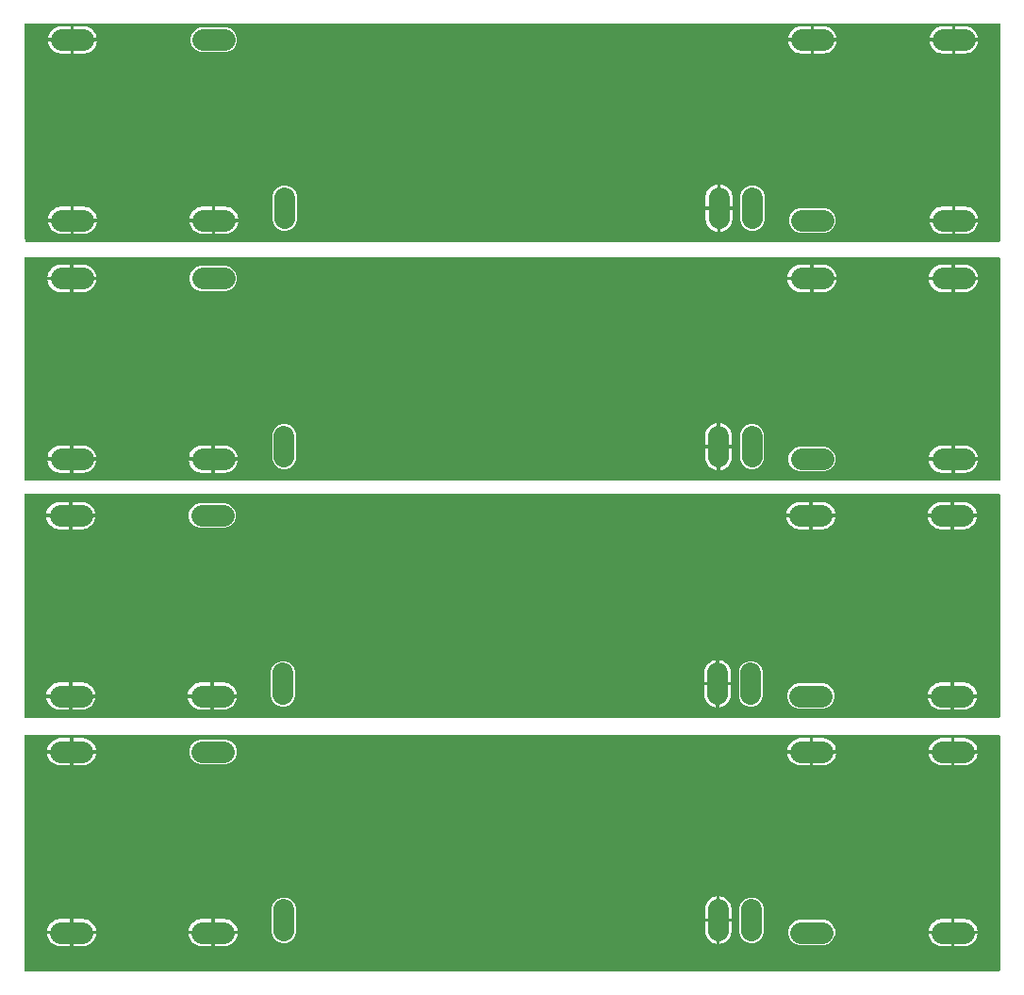
<source format=gbr>
G04 EAGLE Gerber X2 export*
%TF.Part,Single*%
%TF.FileFunction,Copper,L2,Bot,Mixed*%
%TF.FilePolarity,Positive*%
%TF.GenerationSoftware,Autodesk,EAGLE,9.2.2*%
%TF.CreationDate,2019-01-20T22:14:05Z*%
G75*
%MOMM*%
%FSLAX34Y34*%
%LPD*%
%INBottom Copper*%
%AMOC8*
5,1,8,0,0,1.08239X$1,22.5*%
G01*
%ADD10C,1.950000*%
%ADD11C,1.879600*%

G36*
X912258Y144004D02*
X912258Y144004D01*
X912277Y144002D01*
X912379Y144024D01*
X912481Y144040D01*
X912498Y144050D01*
X912518Y144054D01*
X912607Y144107D01*
X912698Y144156D01*
X912712Y144170D01*
X912729Y144180D01*
X912796Y144259D01*
X912868Y144334D01*
X912876Y144352D01*
X912889Y144367D01*
X912928Y144463D01*
X912971Y144557D01*
X912973Y144577D01*
X912981Y144595D01*
X912999Y144762D01*
X912999Y355386D01*
X912996Y355405D01*
X912998Y355425D01*
X912976Y355526D01*
X912960Y355628D01*
X912950Y355646D01*
X912946Y355665D01*
X912893Y355754D01*
X912844Y355846D01*
X912830Y355859D01*
X912820Y355877D01*
X912741Y355944D01*
X912666Y356015D01*
X912648Y356023D01*
X912633Y356036D01*
X912537Y356075D01*
X912443Y356119D01*
X912423Y356121D01*
X912405Y356128D01*
X912238Y356147D01*
X37837Y356147D01*
X37817Y356144D01*
X37797Y356146D01*
X37696Y356124D01*
X37594Y356107D01*
X37577Y356098D01*
X37557Y356094D01*
X37468Y356040D01*
X37377Y355992D01*
X37363Y355978D01*
X37346Y355967D01*
X37279Y355889D01*
X37207Y355814D01*
X37199Y355796D01*
X37186Y355780D01*
X37147Y355685D01*
X37104Y355591D01*
X37102Y355571D01*
X37094Y355552D01*
X37076Y355386D01*
X37100Y144762D01*
X37103Y144742D01*
X37101Y144723D01*
X37123Y144621D01*
X37140Y144519D01*
X37149Y144502D01*
X37153Y144482D01*
X37207Y144393D01*
X37255Y144302D01*
X37269Y144288D01*
X37280Y144271D01*
X37358Y144204D01*
X37433Y144132D01*
X37451Y144124D01*
X37467Y144111D01*
X37563Y144072D01*
X37656Y144029D01*
X37676Y144027D01*
X37695Y144019D01*
X37861Y144001D01*
X912238Y144001D01*
X912258Y144004D01*
G37*
G36*
X912258Y371685D02*
X912258Y371685D01*
X912277Y371682D01*
X912379Y371704D01*
X912481Y371721D01*
X912498Y371730D01*
X912518Y371735D01*
X912607Y371788D01*
X912698Y371836D01*
X912712Y371851D01*
X912729Y371861D01*
X912796Y371940D01*
X912868Y372015D01*
X912876Y372033D01*
X912889Y372048D01*
X912928Y372144D01*
X912971Y372238D01*
X912973Y372257D01*
X912981Y372276D01*
X912999Y372443D01*
X912999Y572443D01*
X912996Y572462D01*
X912998Y572482D01*
X912976Y572583D01*
X912960Y572685D01*
X912950Y572703D01*
X912946Y572722D01*
X912893Y572811D01*
X912844Y572903D01*
X912830Y572916D01*
X912820Y572934D01*
X912741Y573001D01*
X912666Y573072D01*
X912648Y573081D01*
X912633Y573093D01*
X912537Y573132D01*
X912443Y573176D01*
X912423Y573178D01*
X912405Y573185D01*
X912238Y573204D01*
X37812Y573204D01*
X37792Y573201D01*
X37772Y573203D01*
X37671Y573181D01*
X37569Y573164D01*
X37551Y573155D01*
X37532Y573151D01*
X37443Y573097D01*
X37352Y573049D01*
X37338Y573035D01*
X37321Y573024D01*
X37253Y572946D01*
X37182Y572871D01*
X37174Y572853D01*
X37161Y572837D01*
X37122Y572742D01*
X37079Y572648D01*
X37076Y572628D01*
X37069Y572609D01*
X37050Y572443D01*
X37074Y372443D01*
X37077Y372423D01*
X37075Y372403D01*
X37097Y372302D01*
X37113Y372200D01*
X37123Y372182D01*
X37127Y372163D01*
X37180Y372074D01*
X37229Y371982D01*
X37243Y371969D01*
X37253Y371952D01*
X37332Y371884D01*
X37407Y371813D01*
X37425Y371805D01*
X37440Y371792D01*
X37536Y371753D01*
X37630Y371709D01*
X37650Y371707D01*
X37668Y371700D01*
X37835Y371681D01*
X912238Y371681D01*
X912258Y371685D01*
G37*
G36*
X912258Y584761D02*
X912258Y584761D01*
X912277Y584759D01*
X912379Y584781D01*
X912481Y584798D01*
X912498Y584807D01*
X912518Y584811D01*
X912607Y584864D01*
X912698Y584913D01*
X912712Y584927D01*
X912729Y584937D01*
X912796Y585016D01*
X912868Y585091D01*
X912876Y585109D01*
X912889Y585124D01*
X912928Y585221D01*
X912971Y585314D01*
X912973Y585334D01*
X912981Y585353D01*
X912999Y585519D01*
X912999Y784604D01*
X912996Y784624D01*
X912998Y784644D01*
X912976Y784745D01*
X912960Y784847D01*
X912950Y784865D01*
X912946Y784884D01*
X912893Y784973D01*
X912844Y785064D01*
X912830Y785078D01*
X912820Y785095D01*
X912741Y785163D01*
X912666Y785234D01*
X912648Y785242D01*
X912633Y785255D01*
X912537Y785294D01*
X912443Y785337D01*
X912423Y785340D01*
X912405Y785347D01*
X912238Y785366D01*
X37787Y785366D01*
X37767Y785362D01*
X37747Y785364D01*
X37646Y785342D01*
X37544Y785326D01*
X37527Y785316D01*
X37507Y785312D01*
X37418Y785259D01*
X37327Y785211D01*
X37313Y785196D01*
X37296Y785186D01*
X37229Y785107D01*
X37158Y785032D01*
X37149Y785014D01*
X37136Y784999D01*
X37098Y784903D01*
X37054Y784809D01*
X37052Y784789D01*
X37044Y784771D01*
X37026Y784604D01*
X37049Y587882D01*
X37063Y587792D01*
X37070Y587701D01*
X37083Y587671D01*
X37088Y587639D01*
X37131Y587559D01*
X37167Y587475D01*
X37193Y587443D01*
X37203Y587422D01*
X37227Y587400D01*
X37272Y587344D01*
X37439Y587176D01*
X37439Y585519D01*
X37442Y585500D01*
X37440Y585480D01*
X37462Y585379D01*
X37479Y585276D01*
X37488Y585259D01*
X37492Y585239D01*
X37546Y585150D01*
X37594Y585059D01*
X37608Y585045D01*
X37619Y585028D01*
X37697Y584961D01*
X37772Y584890D01*
X37790Y584881D01*
X37806Y584868D01*
X37902Y584830D01*
X37995Y584786D01*
X38015Y584784D01*
X38034Y584776D01*
X38200Y584758D01*
X912238Y584758D01*
X912258Y584761D01*
G37*
G36*
X912258Y799155D02*
X912258Y799155D01*
X912277Y799153D01*
X912379Y799175D01*
X912481Y799191D01*
X912498Y799201D01*
X912518Y799205D01*
X912607Y799258D01*
X912698Y799307D01*
X912712Y799321D01*
X912729Y799331D01*
X912796Y799410D01*
X912868Y799485D01*
X912876Y799503D01*
X912889Y799518D01*
X912928Y799614D01*
X912971Y799708D01*
X912973Y799728D01*
X912981Y799746D01*
X912999Y799913D01*
X912999Y995238D01*
X912996Y995258D01*
X912998Y995277D01*
X912976Y995379D01*
X912960Y995481D01*
X912950Y995498D01*
X912946Y995518D01*
X912893Y995607D01*
X912844Y995698D01*
X912830Y995712D01*
X912820Y995729D01*
X912741Y995796D01*
X912666Y995868D01*
X912648Y995876D01*
X912633Y995889D01*
X912537Y995928D01*
X912443Y995971D01*
X912423Y995973D01*
X912405Y995981D01*
X912238Y995999D01*
X37763Y995999D01*
X37743Y995996D01*
X37723Y995998D01*
X37622Y995976D01*
X37520Y995960D01*
X37502Y995950D01*
X37483Y995946D01*
X37394Y995893D01*
X37302Y995844D01*
X37289Y995830D01*
X37272Y995820D01*
X37204Y995741D01*
X37133Y995666D01*
X37125Y995648D01*
X37112Y995633D01*
X37073Y995537D01*
X37029Y995443D01*
X37027Y995423D01*
X37020Y995405D01*
X37001Y995238D01*
X37024Y802648D01*
X37038Y802558D01*
X37046Y802468D01*
X37058Y802438D01*
X37063Y802406D01*
X37106Y802325D01*
X37142Y802241D01*
X37168Y802209D01*
X37179Y802188D01*
X37202Y802166D01*
X37247Y802110D01*
X37787Y801570D01*
X37787Y799913D01*
X37790Y799893D01*
X37788Y799874D01*
X37810Y799772D01*
X37827Y799670D01*
X37836Y799653D01*
X37840Y799633D01*
X37893Y799544D01*
X37942Y799453D01*
X37956Y799439D01*
X37966Y799422D01*
X38045Y799355D01*
X38120Y799283D01*
X38138Y799275D01*
X38153Y799262D01*
X38249Y799223D01*
X38343Y799180D01*
X38363Y799178D01*
X38381Y799170D01*
X38548Y799152D01*
X912238Y799152D01*
X912258Y799155D01*
G37*
%LPC*%
G36*
X194646Y755394D02*
X194646Y755394D01*
X190502Y757111D01*
X187330Y760283D01*
X185614Y764427D01*
X185614Y768912D01*
X187330Y773056D01*
X190502Y776227D01*
X194646Y777944D01*
X218631Y777944D01*
X222775Y776227D01*
X225947Y773056D01*
X227663Y768912D01*
X227663Y764427D01*
X225947Y760283D01*
X222775Y757111D01*
X218631Y755394D01*
X194646Y755394D01*
G37*
%LPD*%
%LPC*%
G36*
X731190Y380018D02*
X731190Y380018D01*
X727046Y381734D01*
X723874Y384906D01*
X722158Y389050D01*
X722158Y393535D01*
X723874Y397679D01*
X727046Y400851D01*
X731190Y402567D01*
X755175Y402567D01*
X759319Y400851D01*
X762491Y397679D01*
X764207Y393535D01*
X764207Y389050D01*
X762491Y384906D01*
X759319Y381734D01*
X755175Y380018D01*
X731190Y380018D01*
G37*
%LPD*%
%LPC*%
G36*
X732493Y807488D02*
X732493Y807488D01*
X728349Y809205D01*
X725178Y812376D01*
X723461Y816520D01*
X723461Y821006D01*
X725178Y825150D01*
X728349Y828321D01*
X732493Y830038D01*
X756479Y830038D01*
X760623Y828321D01*
X763794Y825150D01*
X765511Y821006D01*
X765511Y816520D01*
X763794Y812376D01*
X760623Y809205D01*
X756479Y807488D01*
X732493Y807488D01*
G37*
%LPD*%
%LPC*%
G36*
X194993Y969788D02*
X194993Y969788D01*
X190849Y971505D01*
X187678Y974676D01*
X185961Y978820D01*
X185961Y983306D01*
X187678Y987450D01*
X190849Y990621D01*
X194993Y992338D01*
X218979Y992338D01*
X223123Y990621D01*
X226294Y987450D01*
X228011Y983306D01*
X228011Y978820D01*
X226294Y974676D01*
X223123Y971505D01*
X218979Y969788D01*
X194993Y969788D01*
G37*
%LPD*%
%LPC*%
G36*
X731807Y167575D02*
X731807Y167575D01*
X727663Y169292D01*
X724492Y172463D01*
X722775Y176607D01*
X722775Y181093D01*
X724492Y185237D01*
X727663Y188408D01*
X731807Y190125D01*
X755793Y190125D01*
X759937Y188408D01*
X763108Y185237D01*
X764825Y181093D01*
X764825Y176607D01*
X763108Y172463D01*
X759937Y169292D01*
X755793Y167575D01*
X731807Y167575D01*
G37*
%LPD*%
%LPC*%
G36*
X732146Y593094D02*
X732146Y593094D01*
X728002Y594811D01*
X724830Y597983D01*
X723114Y602127D01*
X723114Y606612D01*
X724830Y610756D01*
X728002Y613927D01*
X732146Y615644D01*
X756131Y615644D01*
X760275Y613927D01*
X763447Y610756D01*
X765163Y606612D01*
X765163Y602127D01*
X763447Y597983D01*
X760275Y594811D01*
X756131Y593094D01*
X732146Y593094D01*
G37*
%LPD*%
%LPC*%
G36*
X193690Y542318D02*
X193690Y542318D01*
X189546Y544034D01*
X186374Y547206D01*
X184658Y551350D01*
X184658Y555835D01*
X186374Y559979D01*
X189546Y563151D01*
X193690Y564867D01*
X217675Y564867D01*
X221819Y563151D01*
X224991Y559979D01*
X226707Y555835D01*
X226707Y551350D01*
X224991Y547206D01*
X221819Y544034D01*
X217675Y542318D01*
X193690Y542318D01*
G37*
%LPD*%
%LPC*%
G36*
X194307Y329875D02*
X194307Y329875D01*
X190163Y331592D01*
X186992Y334763D01*
X185275Y338907D01*
X185275Y343393D01*
X186992Y347537D01*
X190163Y350708D01*
X194307Y352425D01*
X218293Y352425D01*
X222437Y350708D01*
X225608Y347537D01*
X227325Y343393D01*
X227325Y338907D01*
X225608Y334763D01*
X222437Y331592D01*
X218293Y329875D01*
X194307Y329875D01*
G37*
%LPD*%
%LPC*%
G36*
X267827Y169679D02*
X267827Y169679D01*
X263813Y171342D01*
X260740Y174415D01*
X259077Y178429D01*
X259077Y201571D01*
X260740Y205585D01*
X263813Y208658D01*
X267827Y210321D01*
X272173Y210321D01*
X276187Y208658D01*
X279260Y205585D01*
X280923Y201571D01*
X280923Y178429D01*
X279260Y174415D01*
X276187Y171342D01*
X272173Y169679D01*
X267827Y169679D01*
G37*
%LPD*%
%LPC*%
G36*
X687827Y169679D02*
X687827Y169679D01*
X683813Y171342D01*
X680740Y174415D01*
X679077Y178429D01*
X679077Y201571D01*
X680740Y205585D01*
X683813Y208658D01*
X687827Y210321D01*
X692173Y210321D01*
X696187Y208658D01*
X699260Y205585D01*
X700923Y201571D01*
X700923Y178429D01*
X699260Y174415D01*
X696187Y171342D01*
X692173Y169679D01*
X687827Y169679D01*
G37*
%LPD*%
%LPC*%
G36*
X687210Y382122D02*
X687210Y382122D01*
X683195Y383785D01*
X680123Y386857D01*
X678460Y390872D01*
X678460Y414013D01*
X680123Y418028D01*
X683195Y421100D01*
X687210Y422763D01*
X691555Y422763D01*
X695570Y421100D01*
X698642Y418028D01*
X700305Y414013D01*
X700305Y390872D01*
X698642Y386857D01*
X695570Y383785D01*
X691555Y382122D01*
X687210Y382122D01*
G37*
%LPD*%
%LPC*%
G36*
X267210Y382122D02*
X267210Y382122D01*
X263195Y383785D01*
X260123Y386857D01*
X258460Y390872D01*
X258460Y414013D01*
X260123Y418028D01*
X263195Y421100D01*
X267210Y422763D01*
X271555Y422763D01*
X275570Y421100D01*
X278642Y418028D01*
X280305Y414013D01*
X280305Y390872D01*
X278642Y386857D01*
X275570Y383785D01*
X271555Y382122D01*
X267210Y382122D01*
G37*
%LPD*%
%LPC*%
G36*
X268166Y595198D02*
X268166Y595198D01*
X264151Y596861D01*
X261079Y599934D01*
X259416Y603949D01*
X259416Y627090D01*
X261079Y631104D01*
X264151Y634177D01*
X268166Y635840D01*
X272511Y635840D01*
X276526Y634177D01*
X279598Y631104D01*
X281261Y627090D01*
X281261Y603949D01*
X279598Y599934D01*
X276526Y596861D01*
X272511Y595198D01*
X268166Y595198D01*
G37*
%LPD*%
%LPC*%
G36*
X268513Y809592D02*
X268513Y809592D01*
X264499Y811255D01*
X261426Y814328D01*
X259763Y818342D01*
X259763Y841484D01*
X261426Y845498D01*
X264499Y848571D01*
X268513Y850234D01*
X272859Y850234D01*
X276873Y848571D01*
X279946Y845498D01*
X281609Y841484D01*
X281609Y818342D01*
X279946Y814328D01*
X276873Y811255D01*
X272859Y809592D01*
X268513Y809592D01*
G37*
%LPD*%
%LPC*%
G36*
X688166Y595198D02*
X688166Y595198D01*
X684151Y596861D01*
X681079Y599934D01*
X679416Y603949D01*
X679416Y627090D01*
X681079Y631104D01*
X684151Y634177D01*
X688166Y635840D01*
X692511Y635840D01*
X696526Y634177D01*
X699598Y631104D01*
X701261Y627090D01*
X701261Y603949D01*
X699598Y599934D01*
X696526Y596861D01*
X692511Y595198D01*
X688166Y595198D01*
G37*
%LPD*%
%LPC*%
G36*
X688513Y809592D02*
X688513Y809592D01*
X684499Y811255D01*
X681426Y814328D01*
X679763Y818342D01*
X679763Y841484D01*
X681426Y845498D01*
X684499Y848571D01*
X688513Y850234D01*
X692859Y850234D01*
X696873Y848571D01*
X699946Y845498D01*
X701609Y841484D01*
X701609Y818342D01*
X699946Y814328D01*
X696873Y811255D01*
X692859Y809592D01*
X688513Y809592D01*
G37*
%LPD*%
%LPC*%
G36*
X80823Y342673D02*
X80823Y342673D01*
X80823Y353441D01*
X90017Y353441D01*
X91928Y353138D01*
X93768Y352540D01*
X95492Y351662D01*
X97057Y350525D01*
X98425Y349157D01*
X99562Y347592D01*
X100440Y345868D01*
X101038Y344028D01*
X101253Y342673D01*
X80823Y342673D01*
G37*
%LPD*%
%LPC*%
G36*
X871706Y392816D02*
X871706Y392816D01*
X871706Y403583D01*
X880900Y403583D01*
X882811Y403281D01*
X884651Y402683D01*
X886374Y401805D01*
X887939Y400667D01*
X889307Y399300D01*
X890445Y397734D01*
X891323Y396011D01*
X891921Y394171D01*
X892135Y392816D01*
X871706Y392816D01*
G37*
%LPD*%
%LPC*%
G36*
X207206Y392816D02*
X207206Y392816D01*
X207206Y403583D01*
X216400Y403583D01*
X218311Y403281D01*
X220151Y402683D01*
X221874Y401805D01*
X223439Y400667D01*
X224807Y399300D01*
X225945Y397734D01*
X226823Y396011D01*
X227421Y394171D01*
X227635Y392816D01*
X207206Y392816D01*
G37*
%LPD*%
%LPC*%
G36*
X80206Y392816D02*
X80206Y392816D01*
X80206Y403583D01*
X89400Y403583D01*
X91311Y403281D01*
X93151Y402683D01*
X94874Y401805D01*
X96439Y400667D01*
X97807Y399300D01*
X98945Y397734D01*
X99823Y396011D01*
X100421Y394171D01*
X100635Y392816D01*
X80206Y392816D01*
G37*
%LPD*%
%LPC*%
G36*
X81509Y820286D02*
X81509Y820286D01*
X81509Y831054D01*
X90703Y831054D01*
X92614Y830751D01*
X94454Y830153D01*
X96178Y829275D01*
X97743Y828138D01*
X99111Y826770D01*
X100248Y825205D01*
X101126Y823481D01*
X101724Y821641D01*
X101939Y820286D01*
X81509Y820286D01*
G37*
%LPD*%
%LPC*%
G36*
X208509Y820286D02*
X208509Y820286D01*
X208509Y831054D01*
X217703Y831054D01*
X219614Y830751D01*
X221454Y830153D01*
X223178Y829275D01*
X224743Y828138D01*
X226111Y826770D01*
X227248Y825205D01*
X228126Y823481D01*
X228724Y821641D01*
X228939Y820286D01*
X208509Y820286D01*
G37*
%LPD*%
%LPC*%
G36*
X873009Y820286D02*
X873009Y820286D01*
X873009Y831054D01*
X882203Y831054D01*
X884114Y830751D01*
X885954Y830153D01*
X887678Y829275D01*
X889243Y828138D01*
X890611Y826770D01*
X891748Y825205D01*
X892626Y823481D01*
X893224Y821641D01*
X893439Y820286D01*
X873009Y820286D01*
G37*
%LPD*%
%LPC*%
G36*
X745323Y342673D02*
X745323Y342673D01*
X745323Y353441D01*
X754517Y353441D01*
X756428Y353138D01*
X758268Y352540D01*
X759992Y351662D01*
X761557Y350525D01*
X762925Y349157D01*
X764062Y347592D01*
X764940Y345868D01*
X765538Y344028D01*
X765753Y342673D01*
X745323Y342673D01*
G37*
%LPD*%
%LPC*%
G36*
X872323Y342673D02*
X872323Y342673D01*
X872323Y353441D01*
X881517Y353441D01*
X883428Y353138D01*
X885268Y352540D01*
X886992Y351662D01*
X888557Y350525D01*
X889925Y349157D01*
X891062Y347592D01*
X891940Y345868D01*
X892538Y344028D01*
X892753Y342673D01*
X872323Y342673D01*
G37*
%LPD*%
%LPC*%
G36*
X80823Y180373D02*
X80823Y180373D01*
X80823Y191141D01*
X90017Y191141D01*
X91928Y190838D01*
X93768Y190240D01*
X95492Y189362D01*
X97057Y188225D01*
X98425Y186857D01*
X99562Y185292D01*
X100440Y183568D01*
X101038Y181728D01*
X101253Y180373D01*
X80823Y180373D01*
G37*
%LPD*%
%LPC*%
G36*
X207823Y180373D02*
X207823Y180373D01*
X207823Y191141D01*
X217017Y191141D01*
X218928Y190838D01*
X220768Y190240D01*
X222492Y189362D01*
X224057Y188225D01*
X225425Y186857D01*
X226562Y185292D01*
X227440Y183568D01*
X228038Y181728D01*
X228253Y180373D01*
X207823Y180373D01*
G37*
%LPD*%
%LPC*%
G36*
X744706Y555116D02*
X744706Y555116D01*
X744706Y565883D01*
X753900Y565883D01*
X755811Y565581D01*
X757651Y564983D01*
X759374Y564105D01*
X760939Y562967D01*
X762307Y561600D01*
X763445Y560034D01*
X764323Y558311D01*
X764921Y556471D01*
X765135Y555116D01*
X744706Y555116D01*
G37*
%LPD*%
%LPC*%
G36*
X80206Y555116D02*
X80206Y555116D01*
X80206Y565883D01*
X89400Y565883D01*
X91311Y565581D01*
X93151Y564983D01*
X94874Y564105D01*
X96439Y562967D01*
X97807Y561600D01*
X98945Y560034D01*
X99823Y558311D01*
X100421Y556471D01*
X100635Y555116D01*
X80206Y555116D01*
G37*
%LPD*%
%LPC*%
G36*
X871706Y555116D02*
X871706Y555116D01*
X871706Y565883D01*
X880900Y565883D01*
X882811Y565581D01*
X884651Y564983D01*
X886374Y564105D01*
X887939Y562967D01*
X889307Y561600D01*
X890445Y560034D01*
X891323Y558311D01*
X891921Y556471D01*
X892135Y555116D01*
X871706Y555116D01*
G37*
%LPD*%
%LPC*%
G36*
X872323Y180373D02*
X872323Y180373D01*
X872323Y191141D01*
X881517Y191141D01*
X883428Y190838D01*
X885268Y190240D01*
X886992Y189362D01*
X888557Y188225D01*
X889925Y186857D01*
X891062Y185292D01*
X891940Y183568D01*
X892538Y181728D01*
X892753Y180373D01*
X872323Y180373D01*
G37*
%LPD*%
%LPC*%
G36*
X872662Y605892D02*
X872662Y605892D01*
X872662Y616660D01*
X881856Y616660D01*
X883766Y616357D01*
X885607Y615759D01*
X887330Y614881D01*
X888895Y613744D01*
X890263Y612376D01*
X891400Y610811D01*
X892279Y609087D01*
X892877Y607247D01*
X893091Y605892D01*
X872662Y605892D01*
G37*
%LPD*%
%LPC*%
G36*
X208162Y605892D02*
X208162Y605892D01*
X208162Y616660D01*
X217356Y616660D01*
X219266Y616357D01*
X221107Y615759D01*
X222830Y614881D01*
X224395Y613744D01*
X225763Y612376D01*
X226900Y610811D01*
X227779Y609087D01*
X228377Y607247D01*
X228591Y605892D01*
X208162Y605892D01*
G37*
%LPD*%
%LPC*%
G36*
X81162Y605892D02*
X81162Y605892D01*
X81162Y616660D01*
X90356Y616660D01*
X92266Y616357D01*
X94107Y615759D01*
X95830Y614881D01*
X97395Y613744D01*
X98763Y612376D01*
X99900Y610811D01*
X100779Y609087D01*
X101377Y607247D01*
X101591Y605892D01*
X81162Y605892D01*
G37*
%LPD*%
%LPC*%
G36*
X873009Y982586D02*
X873009Y982586D01*
X873009Y993354D01*
X882203Y993354D01*
X884114Y993051D01*
X885954Y992453D01*
X887678Y991575D01*
X889243Y990438D01*
X890611Y989070D01*
X891748Y987505D01*
X892626Y985781D01*
X893224Y983941D01*
X893439Y982586D01*
X873009Y982586D01*
G37*
%LPD*%
%LPC*%
G36*
X746009Y982586D02*
X746009Y982586D01*
X746009Y993354D01*
X755203Y993354D01*
X757114Y993051D01*
X758954Y992453D01*
X760678Y991575D01*
X762243Y990438D01*
X763611Y989070D01*
X764748Y987505D01*
X765626Y985781D01*
X766224Y983941D01*
X766439Y982586D01*
X746009Y982586D01*
G37*
%LPD*%
%LPC*%
G36*
X81509Y982586D02*
X81509Y982586D01*
X81509Y993354D01*
X90703Y993354D01*
X92614Y993051D01*
X94454Y992453D01*
X96178Y991575D01*
X97743Y990438D01*
X99111Y989070D01*
X100248Y987505D01*
X101126Y985781D01*
X101724Y983941D01*
X101939Y982586D01*
X81509Y982586D01*
G37*
%LPD*%
%LPC*%
G36*
X872662Y768192D02*
X872662Y768192D01*
X872662Y778960D01*
X881856Y778960D01*
X883766Y778657D01*
X885607Y778059D01*
X887330Y777181D01*
X888895Y776044D01*
X890263Y774676D01*
X891400Y773111D01*
X892279Y771387D01*
X892877Y769547D01*
X893091Y768192D01*
X872662Y768192D01*
G37*
%LPD*%
%LPC*%
G36*
X745662Y768192D02*
X745662Y768192D01*
X745662Y778960D01*
X754856Y778960D01*
X756766Y778657D01*
X758607Y778059D01*
X760330Y777181D01*
X761895Y776044D01*
X763263Y774676D01*
X764400Y773111D01*
X765279Y771387D01*
X765877Y769547D01*
X766091Y768192D01*
X745662Y768192D01*
G37*
%LPD*%
%LPC*%
G36*
X81162Y768192D02*
X81162Y768192D01*
X81162Y778960D01*
X90356Y778960D01*
X92266Y778657D01*
X94107Y778059D01*
X95830Y777181D01*
X97395Y776044D01*
X98763Y774676D01*
X99900Y773111D01*
X100779Y771387D01*
X101377Y769547D01*
X101591Y768192D01*
X81162Y768192D01*
G37*
%LPD*%
%LPC*%
G36*
X57686Y768192D02*
X57686Y768192D01*
X57900Y769547D01*
X58498Y771387D01*
X59376Y773111D01*
X60514Y774676D01*
X61882Y776044D01*
X63447Y777181D01*
X65170Y778059D01*
X67010Y778657D01*
X68921Y778960D01*
X78115Y778960D01*
X78115Y768192D01*
X57686Y768192D01*
G37*
%LPD*%
%LPC*%
G36*
X722186Y768192D02*
X722186Y768192D01*
X722400Y769547D01*
X722998Y771387D01*
X723876Y773111D01*
X725014Y774676D01*
X726382Y776044D01*
X727947Y777181D01*
X729670Y778059D01*
X731510Y778657D01*
X733421Y778960D01*
X742615Y778960D01*
X742615Y768192D01*
X722186Y768192D01*
G37*
%LPD*%
%LPC*%
G36*
X849186Y768192D02*
X849186Y768192D01*
X849400Y769547D01*
X849998Y771387D01*
X850876Y773111D01*
X852014Y774676D01*
X853382Y776044D01*
X854947Y777181D01*
X856670Y778059D01*
X858510Y778657D01*
X860421Y778960D01*
X869615Y778960D01*
X869615Y768192D01*
X849186Y768192D01*
G37*
%LPD*%
%LPC*%
G36*
X722533Y982586D02*
X722533Y982586D01*
X722748Y983941D01*
X723346Y985781D01*
X724224Y987505D01*
X725361Y989070D01*
X726729Y990438D01*
X728294Y991575D01*
X730018Y992453D01*
X731858Y993051D01*
X733769Y993354D01*
X742963Y993354D01*
X742963Y982586D01*
X722533Y982586D01*
G37*
%LPD*%
%LPC*%
G36*
X57347Y180373D02*
X57347Y180373D01*
X57562Y181728D01*
X58160Y183568D01*
X59038Y185292D01*
X60175Y186857D01*
X61543Y188225D01*
X63108Y189362D01*
X64832Y190240D01*
X66672Y190838D01*
X68583Y191141D01*
X77777Y191141D01*
X77777Y180373D01*
X57347Y180373D01*
G37*
%LPD*%
%LPC*%
G36*
X184347Y180373D02*
X184347Y180373D01*
X184562Y181728D01*
X185160Y183568D01*
X186038Y185292D01*
X187175Y186857D01*
X188543Y188225D01*
X190108Y189362D01*
X191832Y190240D01*
X193672Y190838D01*
X195583Y191141D01*
X204777Y191141D01*
X204777Y180373D01*
X184347Y180373D01*
G37*
%LPD*%
%LPC*%
G36*
X848847Y180373D02*
X848847Y180373D01*
X849062Y181728D01*
X849660Y183568D01*
X850538Y185292D01*
X851675Y186857D01*
X853043Y188225D01*
X854608Y189362D01*
X856332Y190240D01*
X858172Y190838D01*
X860083Y191141D01*
X869277Y191141D01*
X869277Y180373D01*
X848847Y180373D01*
G37*
%LPD*%
%LPC*%
G36*
X57347Y342673D02*
X57347Y342673D01*
X57562Y344028D01*
X58160Y345868D01*
X59038Y347592D01*
X60175Y349157D01*
X61543Y350525D01*
X63108Y351662D01*
X64832Y352540D01*
X66672Y353138D01*
X68583Y353441D01*
X77777Y353441D01*
X77777Y342673D01*
X57347Y342673D01*
G37*
%LPD*%
%LPC*%
G36*
X721847Y342673D02*
X721847Y342673D01*
X722062Y344028D01*
X722660Y345868D01*
X723538Y347592D01*
X724675Y349157D01*
X726043Y350525D01*
X727608Y351662D01*
X729332Y352540D01*
X731172Y353138D01*
X733083Y353441D01*
X742277Y353441D01*
X742277Y342673D01*
X721847Y342673D01*
G37*
%LPD*%
%LPC*%
G36*
X848847Y342673D02*
X848847Y342673D01*
X849062Y344028D01*
X849660Y345868D01*
X850538Y347592D01*
X851675Y349157D01*
X853043Y350525D01*
X854608Y351662D01*
X856332Y352540D01*
X858172Y353138D01*
X860083Y353441D01*
X869277Y353441D01*
X869277Y342673D01*
X848847Y342673D01*
G37*
%LPD*%
%LPC*%
G36*
X849533Y982586D02*
X849533Y982586D01*
X849748Y983941D01*
X850346Y985781D01*
X851224Y987505D01*
X852361Y989070D01*
X853729Y990438D01*
X855294Y991575D01*
X857018Y992453D01*
X858858Y993051D01*
X860769Y993354D01*
X869963Y993354D01*
X869963Y982586D01*
X849533Y982586D01*
G37*
%LPD*%
%LPC*%
G36*
X849533Y820286D02*
X849533Y820286D01*
X849748Y821641D01*
X850346Y823481D01*
X851224Y825205D01*
X852361Y826770D01*
X853729Y828138D01*
X855294Y829275D01*
X857018Y830153D01*
X858858Y830751D01*
X860769Y831054D01*
X869963Y831054D01*
X869963Y820286D01*
X849533Y820286D01*
G37*
%LPD*%
%LPC*%
G36*
X185033Y820286D02*
X185033Y820286D01*
X185248Y821641D01*
X185846Y823481D01*
X186724Y825205D01*
X187861Y826770D01*
X189229Y828138D01*
X190794Y829275D01*
X192518Y830153D01*
X194358Y830751D01*
X196269Y831054D01*
X205463Y831054D01*
X205463Y820286D01*
X185033Y820286D01*
G37*
%LPD*%
%LPC*%
G36*
X56730Y392816D02*
X56730Y392816D01*
X56944Y394171D01*
X57542Y396011D01*
X58421Y397734D01*
X59558Y399300D01*
X60926Y400667D01*
X62491Y401805D01*
X64215Y402683D01*
X66055Y403281D01*
X67965Y403583D01*
X77159Y403583D01*
X77159Y392816D01*
X56730Y392816D01*
G37*
%LPD*%
%LPC*%
G36*
X848230Y392816D02*
X848230Y392816D01*
X848444Y394171D01*
X849042Y396011D01*
X849921Y397734D01*
X851058Y399300D01*
X852426Y400667D01*
X853991Y401805D01*
X855715Y402683D01*
X857555Y403281D01*
X859465Y403583D01*
X868659Y403583D01*
X868659Y392816D01*
X848230Y392816D01*
G37*
%LPD*%
%LPC*%
G36*
X58033Y820286D02*
X58033Y820286D01*
X58248Y821641D01*
X58846Y823481D01*
X59724Y825205D01*
X60861Y826770D01*
X62229Y828138D01*
X63794Y829275D01*
X65518Y830153D01*
X67358Y830751D01*
X69269Y831054D01*
X78463Y831054D01*
X78463Y820286D01*
X58033Y820286D01*
G37*
%LPD*%
%LPC*%
G36*
X183730Y392816D02*
X183730Y392816D01*
X183944Y394171D01*
X184542Y396011D01*
X185421Y397734D01*
X186558Y399300D01*
X187926Y400667D01*
X189491Y401805D01*
X191215Y402683D01*
X193055Y403281D01*
X194965Y403583D01*
X204159Y403583D01*
X204159Y392816D01*
X183730Y392816D01*
G37*
%LPD*%
%LPC*%
G36*
X849186Y605892D02*
X849186Y605892D01*
X849400Y607247D01*
X849998Y609087D01*
X850876Y610811D01*
X852014Y612376D01*
X853382Y613744D01*
X854947Y614881D01*
X856670Y615759D01*
X858510Y616357D01*
X860421Y616660D01*
X869615Y616660D01*
X869615Y605892D01*
X849186Y605892D01*
G37*
%LPD*%
%LPC*%
G36*
X184686Y605892D02*
X184686Y605892D01*
X184900Y607247D01*
X185498Y609087D01*
X186376Y610811D01*
X187514Y612376D01*
X188882Y613744D01*
X190447Y614881D01*
X192170Y615759D01*
X194010Y616357D01*
X195921Y616660D01*
X205115Y616660D01*
X205115Y605892D01*
X184686Y605892D01*
G37*
%LPD*%
%LPC*%
G36*
X57686Y605892D02*
X57686Y605892D01*
X57900Y607247D01*
X58498Y609087D01*
X59376Y610811D01*
X60514Y612376D01*
X61882Y613744D01*
X63447Y614881D01*
X65170Y615759D01*
X67010Y616357D01*
X68921Y616660D01*
X78115Y616660D01*
X78115Y605892D01*
X57686Y605892D01*
G37*
%LPD*%
%LPC*%
G36*
X56730Y555116D02*
X56730Y555116D01*
X56944Y556471D01*
X57542Y558311D01*
X58421Y560034D01*
X59558Y561600D01*
X60926Y562967D01*
X62491Y564105D01*
X64215Y564983D01*
X66055Y565581D01*
X67965Y565883D01*
X77159Y565883D01*
X77159Y555116D01*
X56730Y555116D01*
G37*
%LPD*%
%LPC*%
G36*
X721230Y555116D02*
X721230Y555116D01*
X721444Y556471D01*
X722042Y558311D01*
X722921Y560034D01*
X724058Y561600D01*
X725426Y562967D01*
X726991Y564105D01*
X728715Y564983D01*
X730555Y565581D01*
X732465Y565883D01*
X741659Y565883D01*
X741659Y555116D01*
X721230Y555116D01*
G37*
%LPD*%
%LPC*%
G36*
X848230Y555116D02*
X848230Y555116D01*
X848444Y556471D01*
X849042Y558311D01*
X849921Y560034D01*
X851058Y561600D01*
X852426Y562967D01*
X853991Y564105D01*
X855715Y564983D01*
X857555Y565581D01*
X859465Y565883D01*
X868659Y565883D01*
X868659Y555116D01*
X848230Y555116D01*
G37*
%LPD*%
%LPC*%
G36*
X58033Y982586D02*
X58033Y982586D01*
X58248Y983941D01*
X58846Y985781D01*
X59724Y987505D01*
X60861Y989070D01*
X62229Y990438D01*
X63794Y991575D01*
X65518Y992453D01*
X67358Y993051D01*
X69269Y993354D01*
X78463Y993354D01*
X78463Y982586D01*
X58033Y982586D01*
G37*
%LPD*%
%LPC*%
G36*
X207823Y166559D02*
X207823Y166559D01*
X207823Y177327D01*
X228253Y177327D01*
X228038Y175972D01*
X227440Y174132D01*
X226562Y172408D01*
X225425Y170843D01*
X224057Y169475D01*
X222492Y168338D01*
X220768Y167460D01*
X218928Y166862D01*
X217017Y166559D01*
X207823Y166559D01*
G37*
%LPD*%
%LPC*%
G36*
X872323Y166559D02*
X872323Y166559D01*
X872323Y177327D01*
X892753Y177327D01*
X892538Y175972D01*
X891940Y174132D01*
X891062Y172408D01*
X889925Y170843D01*
X888557Y169475D01*
X886992Y168338D01*
X885268Y167460D01*
X883428Y166862D01*
X881517Y166559D01*
X872323Y166559D01*
G37*
%LPD*%
%LPC*%
G36*
X80823Y166559D02*
X80823Y166559D01*
X80823Y177327D01*
X101253Y177327D01*
X101038Y175972D01*
X100440Y174132D01*
X99562Y172408D01*
X98425Y170843D01*
X97057Y169475D01*
X95492Y168338D01*
X93768Y167460D01*
X91928Y166862D01*
X90017Y166559D01*
X80823Y166559D01*
G37*
%LPD*%
%LPC*%
G36*
X746009Y968772D02*
X746009Y968772D01*
X746009Y979540D01*
X766439Y979540D01*
X766224Y978185D01*
X765626Y976345D01*
X764748Y974621D01*
X763611Y973056D01*
X762243Y971688D01*
X760678Y970551D01*
X758954Y969673D01*
X757114Y969075D01*
X755203Y968772D01*
X746009Y968772D01*
G37*
%LPD*%
%LPC*%
G36*
X81509Y968772D02*
X81509Y968772D01*
X81509Y979540D01*
X101939Y979540D01*
X101724Y978185D01*
X101126Y976345D01*
X100248Y974621D01*
X99111Y973056D01*
X97743Y971688D01*
X96178Y970551D01*
X94454Y969673D01*
X92614Y969075D01*
X90703Y968772D01*
X81509Y968772D01*
G37*
%LPD*%
%LPC*%
G36*
X745323Y328859D02*
X745323Y328859D01*
X745323Y339627D01*
X765753Y339627D01*
X765538Y338272D01*
X764940Y336432D01*
X764062Y334708D01*
X762925Y333143D01*
X761557Y331775D01*
X759992Y330638D01*
X758268Y329760D01*
X756428Y329162D01*
X754517Y328859D01*
X745323Y328859D01*
G37*
%LPD*%
%LPC*%
G36*
X81162Y592078D02*
X81162Y592078D01*
X81162Y602846D01*
X101591Y602846D01*
X101377Y601491D01*
X100779Y599651D01*
X99900Y597927D01*
X98763Y596362D01*
X97395Y594994D01*
X95830Y593857D01*
X94107Y592979D01*
X92266Y592381D01*
X90356Y592078D01*
X81162Y592078D01*
G37*
%LPD*%
%LPC*%
G36*
X872323Y328859D02*
X872323Y328859D01*
X872323Y339627D01*
X892753Y339627D01*
X892538Y338272D01*
X891940Y336432D01*
X891062Y334708D01*
X889925Y333143D01*
X888557Y331775D01*
X886992Y330638D01*
X885268Y329760D01*
X883428Y329162D01*
X881517Y328859D01*
X872323Y328859D01*
G37*
%LPD*%
%LPC*%
G36*
X872662Y592078D02*
X872662Y592078D01*
X872662Y602846D01*
X893091Y602846D01*
X892877Y601491D01*
X892279Y599651D01*
X891400Y597927D01*
X890263Y596362D01*
X888895Y594994D01*
X887330Y593857D01*
X885607Y592979D01*
X883766Y592381D01*
X881856Y592078D01*
X872662Y592078D01*
G37*
%LPD*%
%LPC*%
G36*
X80823Y328859D02*
X80823Y328859D01*
X80823Y339627D01*
X101253Y339627D01*
X101038Y338272D01*
X100440Y336432D01*
X99562Y334708D01*
X98425Y333143D01*
X97057Y331775D01*
X95492Y330638D01*
X93768Y329760D01*
X91928Y329162D01*
X90017Y328859D01*
X80823Y328859D01*
G37*
%LPD*%
%LPC*%
G36*
X208162Y592078D02*
X208162Y592078D01*
X208162Y602846D01*
X228591Y602846D01*
X228377Y601491D01*
X227779Y599651D01*
X226900Y597927D01*
X225763Y596362D01*
X224395Y594994D01*
X222830Y593857D01*
X221107Y592979D01*
X219266Y592381D01*
X217356Y592078D01*
X208162Y592078D01*
G37*
%LPD*%
%LPC*%
G36*
X873009Y968772D02*
X873009Y968772D01*
X873009Y979540D01*
X893439Y979540D01*
X893224Y978185D01*
X892626Y976345D01*
X891748Y974621D01*
X890611Y973056D01*
X889243Y971688D01*
X887678Y970551D01*
X885954Y969673D01*
X884114Y969075D01*
X882203Y968772D01*
X873009Y968772D01*
G37*
%LPD*%
%LPC*%
G36*
X81162Y754378D02*
X81162Y754378D01*
X81162Y765146D01*
X101591Y765146D01*
X101377Y763791D01*
X100779Y761951D01*
X99900Y760227D01*
X98763Y758662D01*
X97395Y757294D01*
X95830Y756157D01*
X94107Y755279D01*
X92266Y754681D01*
X90356Y754378D01*
X81162Y754378D01*
G37*
%LPD*%
%LPC*%
G36*
X872662Y754378D02*
X872662Y754378D01*
X872662Y765146D01*
X893091Y765146D01*
X892877Y763791D01*
X892279Y761951D01*
X891400Y760227D01*
X890263Y758662D01*
X888895Y757294D01*
X887330Y756157D01*
X885607Y755279D01*
X883766Y754681D01*
X881856Y754378D01*
X872662Y754378D01*
G37*
%LPD*%
%LPC*%
G36*
X208509Y806472D02*
X208509Y806472D01*
X208509Y817240D01*
X228939Y817240D01*
X228724Y815885D01*
X228126Y814045D01*
X227248Y812321D01*
X226111Y810756D01*
X224743Y809388D01*
X223178Y808251D01*
X221454Y807373D01*
X219614Y806775D01*
X217703Y806472D01*
X208509Y806472D01*
G37*
%LPD*%
%LPC*%
G36*
X873009Y806472D02*
X873009Y806472D01*
X873009Y817240D01*
X893439Y817240D01*
X893224Y815885D01*
X892626Y814045D01*
X891748Y812321D01*
X890611Y810756D01*
X889243Y809388D01*
X887678Y808251D01*
X885954Y807373D01*
X884114Y806775D01*
X882203Y806472D01*
X873009Y806472D01*
G37*
%LPD*%
%LPC*%
G36*
X81509Y806472D02*
X81509Y806472D01*
X81509Y817240D01*
X101939Y817240D01*
X101724Y815885D01*
X101126Y814045D01*
X100248Y812321D01*
X99111Y810756D01*
X97743Y809388D01*
X96178Y808251D01*
X94454Y807373D01*
X92614Y806775D01*
X90703Y806472D01*
X81509Y806472D01*
G37*
%LPD*%
%LPC*%
G36*
X207206Y379002D02*
X207206Y379002D01*
X207206Y389769D01*
X227635Y389769D01*
X227421Y388415D01*
X226823Y386575D01*
X225945Y384851D01*
X224807Y383286D01*
X223439Y381918D01*
X221874Y380781D01*
X220151Y379902D01*
X218311Y379305D01*
X216400Y379002D01*
X207206Y379002D01*
G37*
%LPD*%
%LPC*%
G36*
X871706Y379002D02*
X871706Y379002D01*
X871706Y389769D01*
X892135Y389769D01*
X891921Y388415D01*
X891323Y386575D01*
X890445Y384851D01*
X889307Y383286D01*
X887939Y381918D01*
X886374Y380781D01*
X884651Y379902D01*
X882811Y379305D01*
X880900Y379002D01*
X871706Y379002D01*
G37*
%LPD*%
%LPC*%
G36*
X80206Y379002D02*
X80206Y379002D01*
X80206Y389769D01*
X100635Y389769D01*
X100421Y388415D01*
X99823Y386575D01*
X98945Y384851D01*
X97807Y383286D01*
X96439Y381918D01*
X94874Y380781D01*
X93151Y379902D01*
X91311Y379305D01*
X89400Y379002D01*
X80206Y379002D01*
G37*
%LPD*%
%LPC*%
G36*
X745662Y754378D02*
X745662Y754378D01*
X745662Y765146D01*
X766091Y765146D01*
X765877Y763791D01*
X765279Y761951D01*
X764400Y760227D01*
X763263Y758662D01*
X761895Y757294D01*
X760330Y756157D01*
X758607Y755279D01*
X756766Y754681D01*
X754856Y754378D01*
X745662Y754378D01*
G37*
%LPD*%
%LPC*%
G36*
X744706Y541302D02*
X744706Y541302D01*
X744706Y552069D01*
X765135Y552069D01*
X764921Y550715D01*
X764323Y548875D01*
X763445Y547151D01*
X762307Y545586D01*
X760939Y544218D01*
X759374Y543081D01*
X757651Y542202D01*
X755811Y541605D01*
X753900Y541302D01*
X744706Y541302D01*
G37*
%LPD*%
%LPC*%
G36*
X871706Y541302D02*
X871706Y541302D01*
X871706Y552069D01*
X892135Y552069D01*
X891921Y550715D01*
X891323Y548875D01*
X890445Y547151D01*
X889307Y545586D01*
X887939Y544218D01*
X886374Y543081D01*
X884651Y542202D01*
X882811Y541605D01*
X880900Y541302D01*
X871706Y541302D01*
G37*
%LPD*%
%LPC*%
G36*
X80206Y541302D02*
X80206Y541302D01*
X80206Y552069D01*
X100635Y552069D01*
X100421Y550715D01*
X99823Y548875D01*
X98945Y547151D01*
X97807Y545586D01*
X96439Y544218D01*
X94874Y543081D01*
X93151Y542202D01*
X91311Y541605D01*
X89400Y541302D01*
X80206Y541302D01*
G37*
%LPD*%
%LPC*%
G36*
X195583Y166559D02*
X195583Y166559D01*
X193672Y166862D01*
X191832Y167460D01*
X190108Y168338D01*
X188543Y169475D01*
X187175Y170843D01*
X186038Y172408D01*
X185160Y174132D01*
X184562Y175972D01*
X184347Y177327D01*
X204777Y177327D01*
X204777Y166559D01*
X195583Y166559D01*
G37*
%LPD*%
%LPC*%
G36*
X859465Y541302D02*
X859465Y541302D01*
X857555Y541605D01*
X855715Y542202D01*
X853991Y543081D01*
X852426Y544218D01*
X851058Y545586D01*
X849921Y547151D01*
X849042Y548875D01*
X848444Y550715D01*
X848230Y552069D01*
X868659Y552069D01*
X868659Y541302D01*
X859465Y541302D01*
G37*
%LPD*%
%LPC*%
G36*
X194965Y379002D02*
X194965Y379002D01*
X193055Y379305D01*
X191215Y379902D01*
X189491Y380781D01*
X187926Y381918D01*
X186558Y383286D01*
X185421Y384851D01*
X184542Y386575D01*
X183944Y388415D01*
X183730Y389769D01*
X204159Y389769D01*
X204159Y379002D01*
X194965Y379002D01*
G37*
%LPD*%
%LPC*%
G36*
X732465Y541302D02*
X732465Y541302D01*
X730555Y541605D01*
X728715Y542202D01*
X726991Y543081D01*
X725426Y544218D01*
X724058Y545586D01*
X722921Y547151D01*
X722042Y548875D01*
X721444Y550715D01*
X721230Y552069D01*
X741659Y552069D01*
X741659Y541302D01*
X732465Y541302D01*
G37*
%LPD*%
%LPC*%
G36*
X67965Y541302D02*
X67965Y541302D01*
X66055Y541605D01*
X64215Y542202D01*
X62491Y543081D01*
X60926Y544218D01*
X59558Y545586D01*
X58421Y547151D01*
X57542Y548875D01*
X56944Y550715D01*
X56730Y552069D01*
X77159Y552069D01*
X77159Y541302D01*
X67965Y541302D01*
G37*
%LPD*%
%LPC*%
G36*
X860083Y166559D02*
X860083Y166559D01*
X858172Y166862D01*
X856332Y167460D01*
X854608Y168338D01*
X853043Y169475D01*
X851675Y170843D01*
X850538Y172408D01*
X849660Y174132D01*
X849062Y175972D01*
X848847Y177327D01*
X869277Y177327D01*
X869277Y166559D01*
X860083Y166559D01*
G37*
%LPD*%
%LPC*%
G36*
X68583Y166559D02*
X68583Y166559D01*
X66672Y166862D01*
X64832Y167460D01*
X63108Y168338D01*
X61543Y169475D01*
X60175Y170843D01*
X59038Y172408D01*
X58160Y174132D01*
X57562Y175972D01*
X57347Y177327D01*
X77777Y177327D01*
X77777Y166559D01*
X68583Y166559D01*
G37*
%LPD*%
%LPC*%
G36*
X733769Y968772D02*
X733769Y968772D01*
X731858Y969075D01*
X730018Y969673D01*
X728294Y970551D01*
X726729Y971688D01*
X725361Y973056D01*
X724224Y974621D01*
X723346Y976345D01*
X722748Y978185D01*
X722533Y979540D01*
X742963Y979540D01*
X742963Y968772D01*
X733769Y968772D01*
G37*
%LPD*%
%LPC*%
G36*
X68583Y328859D02*
X68583Y328859D01*
X66672Y329162D01*
X64832Y329760D01*
X63108Y330638D01*
X61543Y331775D01*
X60175Y333143D01*
X59038Y334708D01*
X58160Y336432D01*
X57562Y338272D01*
X57347Y339627D01*
X77777Y339627D01*
X77777Y328859D01*
X68583Y328859D01*
G37*
%LPD*%
%LPC*%
G36*
X69269Y806472D02*
X69269Y806472D01*
X67358Y806775D01*
X65518Y807373D01*
X63794Y808251D01*
X62229Y809388D01*
X60861Y810756D01*
X59724Y812321D01*
X58846Y814045D01*
X58248Y815885D01*
X58033Y817240D01*
X78463Y817240D01*
X78463Y806472D01*
X69269Y806472D01*
G37*
%LPD*%
%LPC*%
G36*
X196269Y806472D02*
X196269Y806472D01*
X194358Y806775D01*
X192518Y807373D01*
X190794Y808251D01*
X189229Y809388D01*
X187861Y810756D01*
X186724Y812321D01*
X185846Y814045D01*
X185248Y815885D01*
X185033Y817240D01*
X205463Y817240D01*
X205463Y806472D01*
X196269Y806472D01*
G37*
%LPD*%
%LPC*%
G36*
X860083Y328859D02*
X860083Y328859D01*
X858172Y329162D01*
X856332Y329760D01*
X854608Y330638D01*
X853043Y331775D01*
X851675Y333143D01*
X850538Y334708D01*
X849660Y336432D01*
X849062Y338272D01*
X848847Y339627D01*
X869277Y339627D01*
X869277Y328859D01*
X860083Y328859D01*
G37*
%LPD*%
%LPC*%
G36*
X68921Y592078D02*
X68921Y592078D01*
X67010Y592381D01*
X65170Y592979D01*
X63447Y593857D01*
X61882Y594994D01*
X60514Y596362D01*
X59376Y597927D01*
X58498Y599651D01*
X57900Y601491D01*
X57686Y602846D01*
X78115Y602846D01*
X78115Y592078D01*
X68921Y592078D01*
G37*
%LPD*%
%LPC*%
G36*
X860421Y592078D02*
X860421Y592078D01*
X858510Y592381D01*
X856670Y592979D01*
X854947Y593857D01*
X853382Y594994D01*
X852014Y596362D01*
X850876Y597927D01*
X849998Y599651D01*
X849400Y601491D01*
X849186Y602846D01*
X869615Y602846D01*
X869615Y592078D01*
X860421Y592078D01*
G37*
%LPD*%
%LPC*%
G36*
X860421Y754378D02*
X860421Y754378D01*
X858510Y754681D01*
X856670Y755279D01*
X854947Y756157D01*
X853382Y757294D01*
X852014Y758662D01*
X850876Y760227D01*
X849998Y761951D01*
X849400Y763791D01*
X849186Y765146D01*
X869615Y765146D01*
X869615Y754378D01*
X860421Y754378D01*
G37*
%LPD*%
%LPC*%
G36*
X733083Y328859D02*
X733083Y328859D01*
X731172Y329162D01*
X729332Y329760D01*
X727608Y330638D01*
X726043Y331775D01*
X724675Y333143D01*
X723538Y334708D01*
X722660Y336432D01*
X722062Y338272D01*
X721847Y339627D01*
X742277Y339627D01*
X742277Y328859D01*
X733083Y328859D01*
G37*
%LPD*%
%LPC*%
G36*
X195921Y592078D02*
X195921Y592078D01*
X194010Y592381D01*
X192170Y592979D01*
X190447Y593857D01*
X188882Y594994D01*
X187514Y596362D01*
X186376Y597927D01*
X185498Y599651D01*
X184900Y601491D01*
X184686Y602846D01*
X205115Y602846D01*
X205115Y592078D01*
X195921Y592078D01*
G37*
%LPD*%
%LPC*%
G36*
X860769Y968772D02*
X860769Y968772D01*
X858858Y969075D01*
X857018Y969673D01*
X855294Y970551D01*
X853729Y971688D01*
X852361Y973056D01*
X851224Y974621D01*
X850346Y976345D01*
X849748Y978185D01*
X849533Y979540D01*
X869963Y979540D01*
X869963Y968772D01*
X860769Y968772D01*
G37*
%LPD*%
%LPC*%
G36*
X69269Y968772D02*
X69269Y968772D01*
X67358Y969075D01*
X65518Y969673D01*
X63794Y970551D01*
X62229Y971688D01*
X60861Y973056D01*
X59724Y974621D01*
X58846Y976345D01*
X58248Y978185D01*
X58033Y979540D01*
X78463Y979540D01*
X78463Y968772D01*
X69269Y968772D01*
G37*
%LPD*%
%LPC*%
G36*
X68921Y754378D02*
X68921Y754378D01*
X67010Y754681D01*
X65170Y755279D01*
X63447Y756157D01*
X61882Y757294D01*
X60514Y758662D01*
X59376Y760227D01*
X58498Y761951D01*
X57900Y763791D01*
X57686Y765146D01*
X78115Y765146D01*
X78115Y754378D01*
X68921Y754378D01*
G37*
%LPD*%
%LPC*%
G36*
X733421Y754378D02*
X733421Y754378D01*
X731510Y754681D01*
X729670Y755279D01*
X727947Y756157D01*
X726382Y757294D01*
X725014Y758662D01*
X723876Y760227D01*
X722998Y761951D01*
X722400Y763791D01*
X722186Y765146D01*
X742615Y765146D01*
X742615Y754378D01*
X733421Y754378D01*
G37*
%LPD*%
%LPC*%
G36*
X860769Y806472D02*
X860769Y806472D01*
X858858Y806775D01*
X857018Y807373D01*
X855294Y808251D01*
X853729Y809388D01*
X852361Y810756D01*
X851224Y812321D01*
X850346Y814045D01*
X849748Y815885D01*
X849533Y817240D01*
X869963Y817240D01*
X869963Y806472D01*
X860769Y806472D01*
G37*
%LPD*%
%LPC*%
G36*
X859465Y379002D02*
X859465Y379002D01*
X857555Y379305D01*
X855715Y379902D01*
X853991Y380781D01*
X852426Y381918D01*
X851058Y383286D01*
X849921Y384851D01*
X849042Y386575D01*
X848444Y388415D01*
X848230Y389769D01*
X868659Y389769D01*
X868659Y379002D01*
X859465Y379002D01*
G37*
%LPD*%
%LPC*%
G36*
X67965Y379002D02*
X67965Y379002D01*
X66055Y379305D01*
X64215Y379902D01*
X62491Y380781D01*
X60926Y381918D01*
X59558Y383286D01*
X58421Y384851D01*
X57542Y386575D01*
X56944Y388415D01*
X56730Y389769D01*
X77159Y389769D01*
X77159Y379002D01*
X67965Y379002D01*
G37*
%LPD*%
%LPC*%
G36*
X661523Y191523D02*
X661523Y191523D01*
X661523Y211244D01*
X662796Y211043D01*
X664583Y210462D01*
X666257Y209609D01*
X667778Y208504D01*
X669106Y207176D01*
X670211Y205655D01*
X671064Y203981D01*
X671645Y202194D01*
X671939Y200338D01*
X671939Y191523D01*
X661523Y191523D01*
G37*
%LPD*%
%LPC*%
G36*
X661862Y617042D02*
X661862Y617042D01*
X661862Y636764D01*
X663134Y636562D01*
X664921Y635981D01*
X666596Y635128D01*
X668116Y634023D01*
X669445Y632695D01*
X670549Y631174D01*
X671403Y629500D01*
X671983Y627713D01*
X672277Y625857D01*
X672277Y617042D01*
X661862Y617042D01*
G37*
%LPD*%
%LPC*%
G36*
X662209Y831436D02*
X662209Y831436D01*
X662209Y851157D01*
X663482Y850956D01*
X665269Y850375D01*
X666943Y849522D01*
X668464Y848417D01*
X669792Y847089D01*
X670897Y845568D01*
X671750Y843894D01*
X672331Y842107D01*
X672625Y840251D01*
X672625Y831436D01*
X662209Y831436D01*
G37*
%LPD*%
%LPC*%
G36*
X660906Y403966D02*
X660906Y403966D01*
X660906Y423687D01*
X662178Y423485D01*
X663966Y422905D01*
X665640Y422052D01*
X667160Y420947D01*
X668489Y419618D01*
X669594Y418098D01*
X670447Y416424D01*
X671027Y414636D01*
X671321Y412780D01*
X671321Y403966D01*
X660906Y403966D01*
G37*
%LPD*%
%LPC*%
G36*
X661523Y188477D02*
X661523Y188477D01*
X671939Y188477D01*
X671939Y179662D01*
X671645Y177806D01*
X671064Y176019D01*
X670211Y174345D01*
X669106Y172824D01*
X667778Y171496D01*
X666257Y170391D01*
X664583Y169538D01*
X662796Y168957D01*
X661523Y168756D01*
X661523Y188477D01*
G37*
%LPD*%
%LPC*%
G36*
X662209Y828390D02*
X662209Y828390D01*
X672625Y828390D01*
X672625Y819575D01*
X672331Y817719D01*
X671750Y815932D01*
X670897Y814258D01*
X669792Y812737D01*
X668464Y811409D01*
X666943Y810304D01*
X665269Y809451D01*
X663482Y808870D01*
X662209Y808669D01*
X662209Y828390D01*
G37*
%LPD*%
%LPC*%
G36*
X661862Y613996D02*
X661862Y613996D01*
X672277Y613996D01*
X672277Y605182D01*
X671983Y603326D01*
X671403Y601538D01*
X670549Y599864D01*
X669445Y598344D01*
X668116Y597015D01*
X666596Y595910D01*
X664921Y595057D01*
X663134Y594476D01*
X661862Y594275D01*
X661862Y613996D01*
G37*
%LPD*%
%LPC*%
G36*
X660906Y400919D02*
X660906Y400919D01*
X671321Y400919D01*
X671321Y392105D01*
X671027Y390249D01*
X670447Y388462D01*
X669594Y386787D01*
X668489Y385267D01*
X667160Y383938D01*
X665640Y382834D01*
X663966Y381981D01*
X662178Y381400D01*
X660906Y381198D01*
X660906Y400919D01*
G37*
%LPD*%
%LPC*%
G36*
X648747Y831436D02*
X648747Y831436D01*
X648747Y840251D01*
X649041Y842107D01*
X649622Y843894D01*
X650475Y845568D01*
X651580Y847089D01*
X652908Y848417D01*
X654429Y849522D01*
X656103Y850375D01*
X657890Y850956D01*
X659163Y851157D01*
X659163Y831436D01*
X648747Y831436D01*
G37*
%LPD*%
%LPC*%
G36*
X648400Y617042D02*
X648400Y617042D01*
X648400Y625857D01*
X648694Y627713D01*
X649274Y629500D01*
X650127Y631174D01*
X651232Y632695D01*
X652561Y634023D01*
X654081Y635128D01*
X655756Y635981D01*
X657543Y636562D01*
X658815Y636764D01*
X658815Y617042D01*
X648400Y617042D01*
G37*
%LPD*%
%LPC*%
G36*
X647444Y403966D02*
X647444Y403966D01*
X647444Y412780D01*
X647738Y414636D01*
X648319Y416424D01*
X649172Y418098D01*
X650276Y419618D01*
X651605Y420947D01*
X653125Y422052D01*
X654800Y422905D01*
X656587Y423485D01*
X657859Y423687D01*
X657859Y403966D01*
X647444Y403966D01*
G37*
%LPD*%
%LPC*%
G36*
X648061Y191523D02*
X648061Y191523D01*
X648061Y200338D01*
X648355Y202194D01*
X648936Y203981D01*
X649789Y205655D01*
X650894Y207176D01*
X652222Y208504D01*
X653743Y209609D01*
X655417Y210462D01*
X657204Y211043D01*
X658477Y211244D01*
X658477Y191523D01*
X648061Y191523D01*
G37*
%LPD*%
%LPC*%
G36*
X657890Y808870D02*
X657890Y808870D01*
X656103Y809451D01*
X654429Y810304D01*
X652908Y811409D01*
X651580Y812737D01*
X650475Y814258D01*
X649622Y815932D01*
X649041Y817719D01*
X648747Y819575D01*
X648747Y828390D01*
X659163Y828390D01*
X659163Y808669D01*
X657890Y808870D01*
G37*
%LPD*%
%LPC*%
G36*
X657543Y594476D02*
X657543Y594476D01*
X655756Y595057D01*
X654081Y595910D01*
X652561Y597015D01*
X651232Y598344D01*
X650127Y599864D01*
X649274Y601538D01*
X648694Y603326D01*
X648400Y605182D01*
X648400Y613996D01*
X658815Y613996D01*
X658815Y594275D01*
X657543Y594476D01*
G37*
%LPD*%
%LPC*%
G36*
X657204Y168957D02*
X657204Y168957D01*
X655417Y169538D01*
X653743Y170391D01*
X652222Y171496D01*
X650894Y172824D01*
X649789Y174345D01*
X648936Y176019D01*
X648355Y177806D01*
X648061Y179662D01*
X648061Y188477D01*
X658477Y188477D01*
X658477Y168756D01*
X657204Y168957D01*
G37*
%LPD*%
%LPC*%
G36*
X656587Y381400D02*
X656587Y381400D01*
X654800Y381981D01*
X653125Y382834D01*
X651605Y383938D01*
X650276Y385267D01*
X649172Y386787D01*
X648319Y388462D01*
X647738Y390249D01*
X647444Y392105D01*
X647444Y400919D01*
X657859Y400919D01*
X657859Y381198D01*
X656587Y381400D01*
G37*
%LPD*%
%LPC*%
G36*
X870182Y553592D02*
X870182Y553592D01*
X870182Y553594D01*
X870183Y553594D01*
X870183Y553592D01*
X870182Y553592D01*
G37*
%LPD*%
%LPC*%
G36*
X659382Y402442D02*
X659382Y402442D01*
X659382Y402444D01*
X659383Y402444D01*
X659383Y402442D01*
X659382Y402442D01*
G37*
%LPD*%
%LPC*%
G36*
X870182Y391292D02*
X870182Y391292D01*
X870182Y391294D01*
X870183Y391294D01*
X870183Y391292D01*
X870182Y391292D01*
G37*
%LPD*%
%LPC*%
G36*
X871138Y604368D02*
X871138Y604368D01*
X871138Y604370D01*
X871139Y604370D01*
X871139Y604368D01*
X871138Y604368D01*
G37*
%LPD*%
%LPC*%
G36*
X660685Y829912D02*
X660685Y829912D01*
X660685Y829914D01*
X660687Y829914D01*
X660687Y829912D01*
X660685Y829912D01*
G37*
%LPD*%
%LPC*%
G36*
X205682Y391292D02*
X205682Y391292D01*
X205682Y391294D01*
X205683Y391294D01*
X205683Y391292D01*
X205682Y391292D01*
G37*
%LPD*%
%LPC*%
G36*
X870799Y341149D02*
X870799Y341149D01*
X870799Y341151D01*
X870801Y341151D01*
X870801Y341149D01*
X870799Y341149D01*
G37*
%LPD*%
%LPC*%
G36*
X206638Y604368D02*
X206638Y604368D01*
X206638Y604370D01*
X206639Y604370D01*
X206639Y604368D01*
X206638Y604368D01*
G37*
%LPD*%
%LPC*%
G36*
X78682Y391292D02*
X78682Y391292D01*
X78682Y391294D01*
X78683Y391294D01*
X78683Y391292D01*
X78682Y391292D01*
G37*
%LPD*%
%LPC*%
G36*
X744138Y766668D02*
X744138Y766668D01*
X744138Y766670D01*
X744139Y766670D01*
X744139Y766668D01*
X744138Y766668D01*
G37*
%LPD*%
%LPC*%
G36*
X871138Y766668D02*
X871138Y766668D01*
X871138Y766670D01*
X871139Y766670D01*
X871139Y766668D01*
X871138Y766668D01*
G37*
%LPD*%
%LPC*%
G36*
X79638Y766668D02*
X79638Y766668D01*
X79638Y766670D01*
X79639Y766670D01*
X79639Y766668D01*
X79638Y766668D01*
G37*
%LPD*%
%LPC*%
G36*
X79638Y604368D02*
X79638Y604368D01*
X79638Y604370D01*
X79639Y604370D01*
X79639Y604368D01*
X79638Y604368D01*
G37*
%LPD*%
%LPC*%
G36*
X79985Y981062D02*
X79985Y981062D01*
X79985Y981064D01*
X79987Y981064D01*
X79987Y981062D01*
X79985Y981062D01*
G37*
%LPD*%
%LPC*%
G36*
X744485Y981062D02*
X744485Y981062D01*
X744485Y981064D01*
X744487Y981064D01*
X744487Y981062D01*
X744485Y981062D01*
G37*
%LPD*%
%LPC*%
G36*
X871485Y981062D02*
X871485Y981062D01*
X871485Y981064D01*
X871487Y981064D01*
X871487Y981062D01*
X871485Y981062D01*
G37*
%LPD*%
%LPC*%
G36*
X659999Y189999D02*
X659999Y189999D01*
X659999Y190001D01*
X660001Y190001D01*
X660001Y189999D01*
X659999Y189999D01*
G37*
%LPD*%
%LPC*%
G36*
X79985Y818762D02*
X79985Y818762D01*
X79985Y818764D01*
X79987Y818764D01*
X79987Y818762D01*
X79985Y818762D01*
G37*
%LPD*%
%LPC*%
G36*
X79299Y341149D02*
X79299Y341149D01*
X79299Y341151D01*
X79301Y341151D01*
X79301Y341149D01*
X79299Y341149D01*
G37*
%LPD*%
%LPC*%
G36*
X206299Y178849D02*
X206299Y178849D01*
X206299Y178851D01*
X206301Y178851D01*
X206301Y178849D01*
X206299Y178849D01*
G37*
%LPD*%
%LPC*%
G36*
X79299Y178849D02*
X79299Y178849D01*
X79299Y178851D01*
X79301Y178851D01*
X79301Y178849D01*
X79299Y178849D01*
G37*
%LPD*%
%LPC*%
G36*
X870799Y178849D02*
X870799Y178849D01*
X870799Y178851D01*
X870801Y178851D01*
X870801Y178849D01*
X870799Y178849D01*
G37*
%LPD*%
%LPC*%
G36*
X743799Y341149D02*
X743799Y341149D01*
X743799Y341151D01*
X743801Y341151D01*
X743801Y341149D01*
X743799Y341149D01*
G37*
%LPD*%
%LPC*%
G36*
X206985Y818762D02*
X206985Y818762D01*
X206985Y818764D01*
X206987Y818764D01*
X206987Y818762D01*
X206985Y818762D01*
G37*
%LPD*%
%LPC*%
G36*
X78682Y553592D02*
X78682Y553592D01*
X78682Y553594D01*
X78683Y553594D01*
X78683Y553592D01*
X78682Y553592D01*
G37*
%LPD*%
%LPC*%
G36*
X871485Y818762D02*
X871485Y818762D01*
X871485Y818764D01*
X871487Y818764D01*
X871487Y818762D01*
X871485Y818762D01*
G37*
%LPD*%
%LPC*%
G36*
X743182Y553592D02*
X743182Y553592D01*
X743182Y553594D01*
X743183Y553594D01*
X743183Y553592D01*
X743182Y553592D01*
G37*
%LPD*%
%LPC*%
G36*
X660338Y615518D02*
X660338Y615518D01*
X660338Y615520D01*
X660339Y615520D01*
X660339Y615518D01*
X660338Y615518D01*
G37*
%LPD*%
D10*
X89050Y341150D02*
X69550Y341150D01*
X69550Y178850D02*
X89050Y178850D01*
X196550Y341150D02*
X216050Y341150D01*
X216050Y178850D02*
X196550Y178850D01*
X861050Y178850D02*
X880550Y178850D01*
X880550Y341150D02*
X861050Y341150D01*
X753550Y178850D02*
X734050Y178850D01*
X734050Y341150D02*
X753550Y341150D01*
D11*
X270000Y199398D02*
X270000Y180602D01*
X690000Y180602D02*
X690000Y199398D01*
X660000Y199398D02*
X660000Y180602D01*
D10*
X89736Y981063D02*
X70236Y981063D01*
X70236Y818763D02*
X89736Y818763D01*
X197236Y981063D02*
X216736Y981063D01*
X216736Y818763D02*
X197236Y818763D01*
X861736Y818763D02*
X881236Y818763D01*
X881236Y981063D02*
X861736Y981063D01*
X754236Y818763D02*
X734736Y818763D01*
X734736Y981063D02*
X754236Y981063D01*
D11*
X270686Y839311D02*
X270686Y820515D01*
X690686Y820515D02*
X690686Y839311D01*
X660686Y839311D02*
X660686Y820515D01*
D10*
X89388Y766669D02*
X69888Y766669D01*
X69888Y604369D02*
X89388Y604369D01*
X196888Y766669D02*
X216388Y766669D01*
X216388Y604369D02*
X196888Y604369D01*
X861388Y604369D02*
X880888Y604369D01*
X880888Y766669D02*
X861388Y766669D01*
X753888Y604369D02*
X734388Y604369D01*
X734388Y766669D02*
X753888Y766669D01*
D11*
X270338Y624917D02*
X270338Y606121D01*
X690338Y606121D02*
X690338Y624917D01*
X660338Y624917D02*
X660338Y606121D01*
D10*
X88433Y553593D02*
X68933Y553593D01*
X68933Y391293D02*
X88433Y391293D01*
X195933Y553593D02*
X215433Y553593D01*
X215433Y391293D02*
X195933Y391293D01*
X860433Y391293D02*
X879933Y391293D01*
X879933Y553593D02*
X860433Y553593D01*
X752933Y391293D02*
X733433Y391293D01*
X733433Y553593D02*
X752933Y553593D01*
D11*
X269383Y411841D02*
X269383Y393045D01*
X689383Y393045D02*
X689383Y411841D01*
X659383Y411841D02*
X659383Y393045D01*
M02*

</source>
